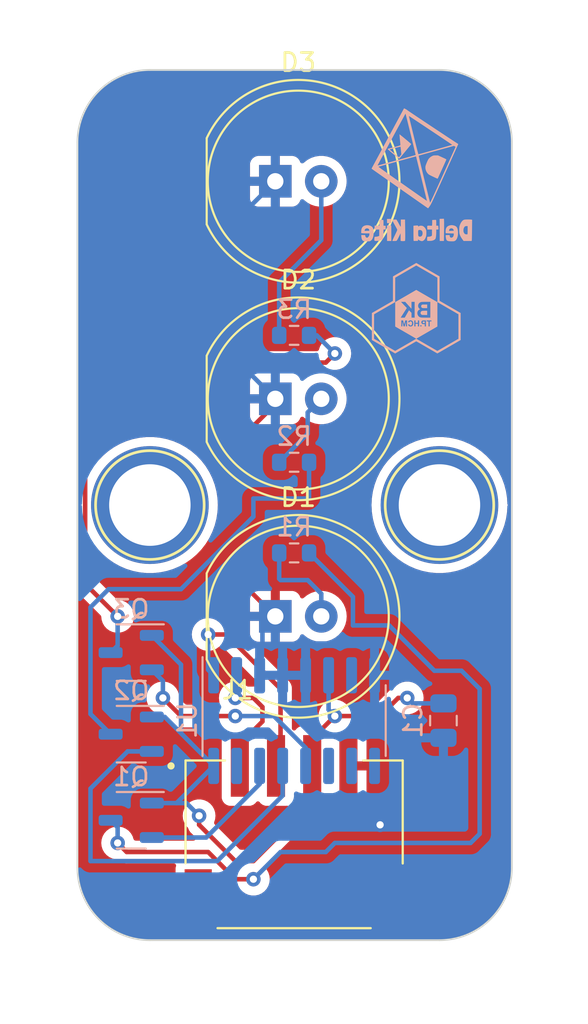
<source format=kicad_pcb>
(kicad_pcb (version 20221018) (generator pcbnew)
  (layers (0 "F.Cu" signal) (31 "B.Cu" signal) (34 "B.Paste" user) (35 "F.Paste" user) (36 "B.SilkS" user "B.Silkscreen") (37 "F.SilkS" user "F.Silkscreen") (38 "B.Mask" user) (39 "F.Mask" user) (44 "Edge.Cuts" user))
  (net 0 "")
  (net 1 "GND")
  (net 2 "Net-(D1-A)")
  (net 3 "Net-(D2-A)")
  (net 4 "Net-(D3-A)")
  (net 5 "/S1")
  (net 6 "/S0")
  (net 7 "+5V")
  (net 8 "/L1")
  (net 9 "Net-(Q1-E)")
  (net 10 "/L2")
  (net 11 "Net-(Q2-E)")
  (net 12 "/L3")
  (net 13 "Net-(Q3-E)")
  (footprint "LED_THT:LED_D10.0mm" (layer "F.Cu") (at 140.21 89.5)
    (fp_text reference "D1" (at 1.27 -6.56) (layer "F.SilkS"))
    (fp_text value "LED")
    (pad "1" thru_hole rect (at 0 0) (size 1.8 1.8) (drill 0.9) (layers "*.Cu" "*.Mask") (net 1 "GND"))
    (pad "2" thru_hole circle (at 2.54 0) (size 1.8 1.8) (drill 0.9) (layers "*.Cu" "*.Mask") (net 2 "Net-(D1-A)"))
  )
  (footprint "Library_Custom:SEEEDSTUDIO_114020164" (layer "F.Cu") (at 141.25 102.075)
    (fp_text reference "J1" (at -3.125 -8.51) (layer "F.SilkS"))
    (fp_text value "Conn_01x04_Socket")
    (pad "1" smd rect (at -3 -4.325) (size 1 3.4) (layers "F.Cu" "F.Paste" "F.Mask") (net 5 "/S1"))
    (pad "2" smd rect (at -1 -4.325) (size 1 3.4) (layers "F.Cu" "F.Paste" "F.Mask") (net 6 "/S0"))
    (pad "3" smd rect (at 1 -4.325) (size 1 3.4) (layers "F.Cu" "F.Paste" "F.Mask") (net 7 "+5V"))
    (pad "4" smd rect (at 3 -4.325) (size 1 3.4) (layers "F.Cu" "F.Paste" "F.Mask") (net 1 "GND"))
    (pad "SH1" smd rect (at -5.3 3.175) (size 1.5 3.6) (layers "F.Cu" "F.Paste" "F.Mask"))
    (pad "SH2" smd rect (at 5.3 3.175) (size 1.5 3.6) (layers "F.Cu" "F.Paste" "F.Mask"))
  )
  (footprint "LED_THT:LED_D10.0mm" (layer "F.Cu") (at 140.21 65.5)
    (fp_text reference "D3" (at 1.27 -6.56) (layer "F.SilkS"))
    (fp_text value "LED")
    (pad "1" thru_hole rect (at 0 0) (size 1.8 1.8) (drill 0.9) (layers "*.Cu" "*.Mask") (net 1 "GND"))
    (pad "2" thru_hole circle (at 2.54 0) (size 1.8 1.8) (drill 0.9) (layers "*.Cu" "*.Mask") (net 4 "Net-(D3-A)"))
  )
  (footprint "LED_THT:LED_D10.0mm" (layer "F.Cu") (at 140.21 77.5)
    (fp_text reference "D2" (at 1.27 -6.56) (layer "F.SilkS"))
    (fp_text value "LED")
    (pad "1" thru_hole rect (at 0 0) (size 1.8 1.8) (drill 0.9) (layers "*.Cu" "*.Mask") (net 1 "GND"))
    (pad "2" thru_hole circle (at 2.54 0) (size 1.8 1.8) (drill 0.9) (layers "*.Cu" "*.Mask") (net 3 "Net-(D2-A)"))
  )
  (footprint "Library_Custom:Module Base" (layer "F.Cu") (at 142.24 111.76)
    (fp_text reference "REF**" hide)
    (fp_text value "Module Base" hide)
    (fp_line (start -12.96 -8.4) (end -12.96 -48.4) (stroke (width 0.1)) (layer "Edge.Cuts"))
    (fp_line (start -8.96 -52.4) (end 7.04 -52.4) (stroke (width 0.1)) (layer "Edge.Cuts"))
    (fp_line (start 7.04 -4.4) (end -8.96 -4.4) (stroke (width 0.1)) (layer "Edge.Cuts"))
    (fp_line (start 11.04 -48.4) (end 11.04 -8.4) (stroke (width 0.1)) (layer "Edge.Cuts"))
    (fp_arc (start -12.96 -48.4) (mid -11.788427 -51.228427) (end -8.96 -52.4) (stroke (width 0.1)) (layer "Edge.Cuts"))
    (fp_arc (start -8.96 -4.4) (mid -11.788427 -5.571573) (end -12.96 -8.4) (stroke (width 0.1)) (layer "Edge.Cuts"))
    (fp_arc (start 7.04 -52.4) (mid 9.868427 -51.228427) (end 11.04 -48.4) (stroke (width 0.1)) (layer "Edge.Cuts"))
    (fp_arc (start 11.04 -8.4) (mid 9.868427 -5.571573) (end 7.04 -4.4) (stroke (width 0.1)) (layer "Edge.Cuts"))
    (pad "1" thru_hole circle (at -8.96 -28.4) (size 6.5 6.5) (drill 4.5) (layers "*.Cu" "*.Mask"))
    (pad "1" thru_hole circle (at 7.04 -28.4) (size 6.5 6.5) (drill 4.5) (layers "*.Cu" "*.Mask"))
  )
  (footprint "Resistor_SMD:R_0603_1608Metric" (layer "B.Cu") (at 141.25 81 180)
    (fp_text reference "R2" (at 0 1.43) (layer "B.SilkS") (effects (justify mirror)))
    (fp_text value "R")
    (pad "1" smd roundrect (at -0.825 0 180) (size 0.8 0.95) (layers "B.Cu" "B.Paste" "B.Mask") (net 11 "Net-(Q2-E)"))
    (pad "2" smd roundrect (at 0.825 0 180) (size 0.8 0.95) (layers "B.Cu" "B.Paste" "B.Mask") (net 3 "Net-(D2-A)"))
  )
  (footprint "Package_TO_SOT_SMD:SOT-23-3" (layer "B.Cu") (at 132.25 100.75 180)
    (fp_text reference "Q1" (at 0 2.4) (layer "B.SilkS") (effects (justify mirror)))
    (fp_text value "NPN")
    (pad "1" smd roundrect (at -1.1375 0.95 180) (size 1.325 0.6) (layers "B.Cu" "B.Paste" "B.Mask") (net 7 "+5V"))
    (pad "2" smd roundrect (at -1.1375 -0.95 180) (size 1.325 0.6) (layers "B.Cu" "B.Paste" "B.Mask") (net 8 "/L1"))
    (pad "3" smd roundrect (at 1.1375 0 180) (size 1.325 0.6) (layers "B.Cu" "B.Paste" "B.Mask") (net 9 "Net-(Q1-E)"))
  )
  (footprint "Resistor_SMD:R_0603_1608Metric" (layer "B.Cu") (at 141.25 86 180)
    (fp_text reference "R1" (at 0 1.43) (layer "B.SilkS") (effects (justify mirror)))
    (fp_text value "R")
    (pad "1" smd roundrect (at -0.825 0 180) (size 0.8 0.95) (layers "B.Cu" "B.Paste" "B.Mask") (net 9 "Net-(Q1-E)"))
    (pad "2" smd roundrect (at 0.825 0 180) (size 0.8 0.95) (layers "B.Cu" "B.Paste" "B.Mask") (net 2 "Net-(D1-A)"))
  )
  (footprint "Capacitor_SMD:C_0805_2012Metric" (layer "B.Cu") (at 149.5 95.25 -90)
    (fp_text reference "C1" (at 0 1.68 90) (layer "B.SilkS") (effects (justify mirror)))
    (fp_text value "C")
    (pad "1" smd roundrect (at -0.95 0 270) (size 1 1.45) (layers "B.Cu" "B.Paste" "B.Mask") (net 7 "+5V"))
    (pad "2" smd roundrect (at 0.95 0 270) (size 1 1.45) (layers "B.Cu" "B.Paste" "B.Mask") (net 1 "GND"))
  )
  (footprint "Package_SO:SOP-16_3.9x9.9mm_P1.27mm" (layer "B.Cu") (at 141.25 95.25 -90)
    (fp_text reference "U1" (at 0 5.9 90) (layer "B.SilkS") (effects (justify mirror)))
    (fp_text value "74HC238")
    (pad "1" smd roundrect (at -2.5 4.445 270) (size 2 0.6) (layers "B.Cu" "B.Paste" "B.Mask") (net 6 "/S0"))
    (pad "2" smd roundrect (at -2.5 3.175 270) (size 2 0.6) (layers "B.Cu" "B.Paste" "B.Mask") (net 5 "/S1"))
    (pad "3" smd roundrect (at -2.5 1.905 270) (size 2 0.6) (layers "B.Cu" "B.Paste" "B.Mask") (net 1 "GND"))
    (pad "4" smd roundrect (at -2.5 0.635 270) (size 2 0.6) (layers "B.Cu" "B.Paste" "B.Mask") (net 1 "GND"))
    (pad "5" smd roundrect (at -2.5 -0.635 270) (size 2 0.6) (layers "B.Cu" "B.Paste" "B.Mask") (net 1 "GND"))
    (pad "6" smd roundrect (at -2.5 -1.905 270) (size 2 0.6) (layers "B.Cu" "B.Paste" "B.Mask") (net 7 "+5V"))
    (pad "7" smd roundrect (at -2.5 -3.175 270) (size 2 0.6) (layers "B.Cu" "B.Paste" "B.Mask"))
    (pad "8" smd roundrect (at -2.5 -4.445 270) (size 2 0.6) (layers "B.Cu" "B.Paste" "B.Mask") (net 1 "GND"))
    (pad "9" smd roundrect (at 2.5 -4.445 270) (size 2 0.6) (layers "B.Cu" "B.Paste" "B.Mask"))
    (pad "10" smd roundrect (at 2.5 -3.175 270) (size 2 0.6) (layers "B.Cu" "B.Paste" "B.Mask"))
    (pad "11" smd roundrect (at 2.5 -1.905 270) (size 2 0.6) (layers "B.Cu" "B.Paste" "B.Mask"))
    (pad "12" smd roundrect (at 2.5 -0.635 270) (size 2 0.6) (layers "B.Cu" "B.Paste" "B.Mask") (net 12 "/L3"))
    (pad "13" smd roundrect (at 2.5 0.635 270) (size 2 0.6) (layers "B.Cu" "B.Paste" "B.Mask") (net 10 "/L2"))
    (pad "14" smd roundrect (at 2.5 1.905 270) (size 2 0.6) (layers "B.Cu" "B.Paste" "B.Mask") (net 8 "/L1"))
    (pad "15" smd roundrect (at 2.5 3.175 270) (size 2 0.6) (layers "B.Cu" "B.Paste" "B.Mask"))
    (pad "16" smd roundrect (at 2.5 4.445 270) (size 2 0.6) (layers "B.Cu" "B.Paste" "B.Mask") (net 7 "+5V"))
  )
  (footprint "Package_TO_SOT_SMD:SOT-23-3" (layer "B.Cu") (at 132.25 91.5 180)
    (fp_text reference "Q3" (at 0 2.4) (layer "B.SilkS") (effects (justify mirror)))
    (fp_text value "NPN")
    (pad "1" smd roundrect (at -1.1375 0.95 180) (size 1.325 0.6) (layers "B.Cu" "B.Paste" "B.Mask") (net 7 "+5V"))
    (pad "2" smd roundrect (at -1.1375 -0.95 180) (size 1.325 0.6) (layers "B.Cu" "B.Paste" "B.Mask") (net 12 "/L3"))
    (pad "3" smd roundrect (at 1.1375 0 180) (size 1.325 0.6) (layers "B.Cu" "B.Paste" "B.Mask") (net 13 "Net-(Q3-E)"))
  )
  (footprint "Resistor_SMD:R_0603_1608Metric" (layer "B.Cu") (at 141.25 74 180)
    (fp_text reference "R3" (at 0 1.43) (layer "B.SilkS") (effects (justify mirror)))
    (fp_text value "R")
    (pad "1" smd roundrect (at -0.825 0 180) (size 0.8 0.95) (layers "B.Cu" "B.Paste" "B.Mask") (net 13 "Net-(Q3-E)"))
    (pad "2" smd roundrect (at 0.825 0 180) (size 0.8 0.95) (layers "B.Cu" "B.Paste" "B.Mask") (net 4 "Net-(D3-A)"))
  )
  (footprint "DeltaKiteEngineering:BKU_Medium" (layer "B.Cu") (at 148 72.5 180)
    (fp_text reference "G***" hide)
    (fp_text value "LOGO" hide)
  )
  (footprint "Package_TO_SOT_SMD:SOT-23-3" (layer "B.Cu") (at 132.25 96 180)
    (fp_text reference "Q2" (at 0 2.4) (layer "B.SilkS") (effects (justify mirror)))
    (fp_text value "NPN")
    (pad "1" smd roundrect (at -1.1375 0.95 180) (size 1.325 0.6) (layers "B.Cu" "B.Paste" "B.Mask") (net 7 "+5V"))
    (pad "2" smd roundrect (at -1.1375 -0.95 180) (size 1.325 0.6) (layers "B.Cu" "B.Paste" "B.Mask") (net 10 "/L2"))
    (pad "3" smd roundrect (at 1.1375 0 180) (size 1.325 0.6) (layers "B.Cu" "B.Paste" "B.Mask") (net 11 "Net-(Q2-E)"))
  )
  (footprint "DeltaKiteEngineering:DeltaKite_Large" (layer "B.Cu") (at 148 65 180)
    (fp_text reference "G***" hide)
    (fp_text value "LOGO" hide)
  )
  (segment (start 138.5 79.5) (end 140.21 77.79) (width 0.25) (layer "F.Cu") (net 1))
  (segment (start 138.5 87.79) (end 138.5 79.5) (width 0.25) (layer "F.Cu") (net 1))
  (segment (start 144.25 97.75) (end 144.25 99.25) (width 0.25) (layer "F.Cu") (net 1))
  (segment (start 140.21 77.79) (end 140.21 77.5) (width 0.25) (layer "F.Cu") (net 1))
  (segment (start 144.25 99.25) (end 146 101) (width 0.25) (layer "F.Cu") (net 1))
  (segment (start 140.21 89.5) (end 138.5 87.79) (width 0.25) (layer "F.Cu") (net 1))
  (via (at 146 101) (size 0.8) (drill 0.4) (layers "F.Cu" "B.Cu") (net 1))
  (segment (start 141.885 91.115) (end 142 91) (width 0.25) (layer "B.Cu") (net 1))
  (segment (start 140.615 92.75) (end 141.885 92.75) (width 0.25) (layer "B.Cu") (net 1))
  (segment (start 142 91) (end 145.5 91) (width 0.25) (layer "B.Cu") (net 1))
  (segment (start 138.5 67.21) (end 140.21 65.5) (width 0.25) (layer "B.Cu") (net 1))
  (segment (start 140.21 77.5) (end 138.5 75.79) (width 0.25) (layer "B.Cu") (net 1))
  (segment (start 140.21 89.5) (end 139.5 90.21) (width 0.25) (layer "B.Cu") (net 1))
  (segment (start 147.7 96.2) (end 149.5 96.2) (width 0.25) (layer "B.Cu") (net 1))
  (segment (start 139.345 92.75) (end 140.615 92.75) (width 0.25) (layer "B.Cu") (net 1))
  (segment (start 149.5 100.5) (end 149.5 96.2) (width 0.25) (layer "B.Cu") (net 1))
  (segment (start 139.5 90.21) (end 139.5 91) (width 0.25) (layer "B.Cu") (net 1))
  (segment (start 139.5 91) (end 139.345 91.155) (width 0.25) (layer "B.Cu") (net 1))
  (segment (start 146 101) (end 149 101) (width 0.25) (layer "B.Cu") (net 1))
  (segment (start 138.5 75.79) (end 138.5 67.21) (width 0.25) (layer "B.Cu") (net 1))
  (segment (start 145.695 94.195) (end 147.7 96.2) (width 0.25) (layer "B.Cu") (net 1))
  (segment (start 141.885 92.75) (end 141.885 91.115) (width 0.25) (layer "B.Cu") (net 1))
  (segment (start 145.5 91) (end 145.695 91.195) (width 0.25) (layer "B.Cu") (net 1))
  (segment (start 145.695 91.195) (end 145.695 92.75) (width 0.25) (layer "B.Cu") (net 1))
  (segment (start 139.345 91.155) (end 139.345 92.75) (width 0.25) (layer "B.Cu") (net 1))
  (segment (start 149 101) (end 149.5 100.5) (width 0.25) (layer "B.Cu") (net 1))
  (segment (start 145.695 92.75) (end 145.695 94.195) (width 0.25) (layer "B.Cu") (net 1))
  (segment (start 140.5 87.5) (end 140.425 87.425) (width 0.25) (layer "B.Cu") (net 2))
  (segment (start 142.75 88.25) (end 142 87.5) (width 0.25) (layer "B.Cu") (net 2))
  (segment (start 142.75 89.5) (end 142.75 88.25) (width 0.25) (layer "B.Cu") (net 2))
  (segment (start 140.425 87.425) (end 140.425 86) (width 0.25) (layer "B.Cu") (net 2))
  (segment (start 142 87.5) (end 140.5 87.5) (width 0.25) (layer "B.Cu") (net 2))
  (segment (start 142 79.425) (end 142 78.25) (width 0.25) (layer "B.Cu") (net 3))
  (segment (start 142 78.25) (end 142.75 77.5) (width 0.25) (layer "B.Cu") (net 3))
  (segment (start 140.425 81) (end 142 79.425) (width 0.25) (layer "B.Cu") (net 3))
  (segment (start 140.425 71.075) (end 140.425 74) (width 0.25) (layer "B.Cu") (net 4))
  (segment (start 142.75 68.75) (end 140.425 71.075) (width 0.25) (layer "B.Cu") (net 4))
  (segment (start 142.75 65.5) (end 142.75 68.75) (width 0.25) (layer "B.Cu") (net 4))
  (segment (start 139.5 95.3) (end 139.5 94.5) (width 0.25) (layer "F.Cu") (net 5))
  (segment (start 139 94) (end 138 94) (width 0.25) (layer "F.Cu") (net 5))
  (segment (start 138.25 97.75) (end 138.25 96.55) (width 0.25) (layer "F.Cu") (net 5))
  (segment (start 139.5 94.5) (end 139 94) (width 0.25) (layer "F.Cu") (net 5))
  (segment (start 138.25 96.55) (end 139.5 95.3) (width 0.25) (layer "F.Cu") (net 5))
  (via (at 138 94) (size 0.8) (drill 0.4) (layers "F.Cu" "B.Cu") (net 5))
  (segment (start 138 94) (end 138 92.825) (width 0.25) (layer "B.Cu") (net 5))
  (segment (start 138 92.825) (end 138.075 92.75) (width 0.25) (layer "B.Cu") (net 5))
  (segment (start 137.5 90.5) (end 136.5 90.5) (width 0.25) (layer "F.Cu") (net 6))
  (segment (start 140.5 93.5) (end 137.5 90.5) (width 0.25) (layer "F.Cu") (net 6))
  (segment (start 140.25 97.75) (end 140.5 97.5) (width 0.25) (layer "F.Cu") (net 6))
  (segment (start 140.5 97.5) (end 140.5 93.5) (width 0.25) (layer "F.Cu") (net 6))
  (via (at 136.5 90.5) (size 0.8) (drill 0.4) (layers "F.Cu" "B.Cu") (net 6))
  (segment (start 136.5 90.5) (end 136.5 92.445) (width 0.25) (layer "B.Cu") (net 6))
  (segment (start 136.5 92.445) (end 136.805 92.75) (width 0.25) (layer "B.Cu") (net 6))
  (segment (start 142.25 97.75) (end 142.25 99.75) (width 0.25) (layer "F.Cu") (net 7))
  (segment (start 138 103) (end 136 101) (width 0.25) (layer "F.Cu") (net 7))
  (segment (start 142.25 99.75) (end 139 103) (width 0.25) (layer "F.Cu") (net 7))
  (segment (start 136 101) (end 136 100.5) (width 0.25) (layer "F.Cu") (net 7))
  (segment (start 147.5 94) (end 147 94) (width 0.25) (layer "F.Cu") (net 7))
  (segment (start 142.25 96.25) (end 142.25 97.75) (width 0.25) (layer "F.Cu") (net 7))
  (segment (start 139 103) (end 138 103) (width 0.25) (layer "F.Cu") (net 7))
  (segment (start 143.5 95) (end 142.25 96.25) (width 0.25) (layer "F.Cu") (net 7))
  (segment (start 147 94) (end 146 95) (width 0.25) (layer "F.Cu") (net 7))
  (segment (start 146 95) (end 143.5 95) (width 0.25) (layer "F.Cu") (net 7))
  (via (at 147.5 94) (size 0.8) (drill 0.4) (layers "F.Cu" "B.Cu") (net 7))
  (via (at 136 100.5) (size 0.8) (drill 0.4) (layers "F.Cu" "B.Cu") (net 7))
  (via (at 143.5 95) (size 0.8) (drill 0.4) (layers "F.Cu" "B.Cu") (net 7))
  (segment (start 147.8 94.3) (end 147.5 94) (width 0.25) (layer "B.Cu") (net 7))
  (segment (start 135.3 99.8) (end 134.755 99.8) (width 0.25) (layer "B.Cu") (net 7))
  (segment (start 135.5275 96.4725) (end 136.805 97.75) (width 0.25) (layer "B.Cu") (net 7))
  (segment (start 133.3875 95.05) (end 134.105 95.05) (width 0.25) (layer "B.Cu") (net 7))
  (segment (start 133.3875 90.55) (end 135 92.1625) (width 0.25) (layer "B.Cu") (net 7))
  (segment (start 135 92.1625) (end 135 95.945) (width 0.25) (layer "B.Cu") (net 7))
  (segment (start 134.755 99.8) (end 133.3875 99.8) (width 0.25) (layer "B.Cu") (net 7))
  (segment (start 143.155 94.655) (end 143.5 95) (width 0.25) (layer "B.Cu") (net 7))
  (segment (start 136.805 97.75) (end 134.755 99.8) (width 0.25) (layer "B.Cu") (net 7))
  (segment (start 134.105 95.05) (end 135.5275 96.4725) (width 0.25) (layer "B.Cu") (net 7))
  (segment (start 149.5 94.3) (end 147.8 94.3) (width 0.25) (layer "B.Cu") (net 7))
  (segment (start 143.155 92.75) (end 143.155 94.655) (width 0.25) (layer "B.Cu") (net 7))
  (segment (start 136 100.5) (end 135.3 99.8) (width 0.25) (layer "B.Cu") (net 7))
  (segment (start 135 95.945) (end 135.5275 96.4725) (width 0.25) (layer "B.Cu") (net 7))
  (segment (start 136.394999 101.7) (end 139.345 98.749999) (width 0.25) (layer "B.Cu") (net 8))
  (segment (start 139.345 98.749999) (end 139.345 97.75) (width 0.25) (layer "B.Cu") (net 8))
  (segment (start 133.3875 101.7) (end 136.394999 101.7) (width 0.25) (layer "B.Cu") (net 8))
  (segment (start 138 104) (end 136.5 102.5) (width 0.25) (layer "F.Cu") (net 9))
  (segment (start 132 102.5) (end 131.5 102) (width 0.25) (layer "F.Cu") (net 9))
  (segment (start 139 104) (end 138 104) (width 0.25) (layer "F.Cu") (net 9))
  (segment (start 136.5 102.5) (end 132 102.5) (width 0.25) (layer "F.Cu") (net 9))
  (via (at 139 104) (size 0.8) (drill 0.4) (layers "F.Cu" "B.Cu") (net 9))
  (via (at 131.5 102) (size 0.8) (drill 0.4) (layers "F.Cu" "B.Cu") (net 9))
  (segment (start 131.5 101.1375) (end 131.1125 100.75) (width 0.25) (layer "B.Cu") (net 9))
  (segment (start 149 92.5) (end 150.5 92.5) (width 0.25) (layer "B.Cu") (net 9))
  (segment (start 150.5 92.5) (end 151.5 93.5) (width 0.25) (layer "B.Cu") (net 9))
  (segment (start 144.5 90) (end 146.5 90) (width 0.25) (layer "B.Cu") (net 9))
  (segment (start 143 102.5) (end 140.5 102.5) (width 0.25) (layer "B.Cu") (net 9))
  (segment (start 144.5 88.425) (end 144.5 90) (width 0.25) (layer "B.Cu") (net 9))
  (segment (start 131.5 102) (end 131.5 101.1375) (width 0.25) (layer "B.Cu") (net 9))
  (segment (start 146.5 90) (end 149 92.5) (width 0.25) (layer "B.Cu") (net 9))
  (segment (start 140.5 102.5) (end 139 104) (width 0.25) (layer "B.Cu") (net 9))
  (segment (start 143.5 102) (end 143 102.5) (width 0.25) (layer "B.Cu") (net 9))
  (segment (start 151.5 101.5) (end 151 102) (width 0.25) (layer "B.Cu") (net 9))
  (segment (start 151.5 93.5) (end 151.5 101.5) (width 0.25) (layer "B.Cu") (net 9))
  (segment (start 151 102) (end 143.5 102) (width 0.25) (layer "B.Cu") (net 9))
  (segment (start 142.075 86) (end 144.5 88.425) (width 0.25) (layer "B.Cu") (net 9))
  (segment (start 132.05 96.95) (end 130 99) (width 0.25) (layer "B.Cu") (net 10))
  (segment (start 133.3875 96.95) (end 132.05 96.95) (width 0.25) (layer "B.Cu") (net 10))
  (segment (start 140.615 99.385) (end 140.615 97.75) (width 0.25) (layer "B.Cu") (net 10))
  (segment (start 137 103) (end 140.615 99.385) (width 0.25) (layer "B.Cu") (net 10))
  (segment (start 130 103) (end 137 103) (width 0.25) (layer "B.Cu") (net 10))
  (segment (start 130 99) (end 130 103) (width 0.25) (layer "B.Cu") (net 10))
  (segment (start 130 94.8875) (end 130 89) (width 0.25) (layer "B.Cu") (net 11))
  (segment (start 142 83) (end 142.075 82.925) (width 0.25) (layer "B.Cu") (net 11))
  (segment (start 139 83) (end 142 83) (width 0.25) (layer "B.Cu") (net 11))
  (segment (start 135 88) (end 139 84) (width 0.25) (layer "B.Cu") (net 11))
  (segment (start 130 89) (end 131 88) (width 0.25) (layer "B.Cu") (net 11))
  (segment (start 131 88) (end 135 88) (width 0.25) (layer "B.Cu") (net 11))
  (segment (start 139 84) (end 139 83) (width 0.25) (layer "B.Cu") (net 11))
  (segment (start 142.075 82.925) (end 142.075 81) (width 0.25) (layer "B.Cu") (net 11))
  (segment (start 131.1125 96) (end 130 94.8875) (width 0.25) (layer "B.Cu") (net 11))
  (segment (start 134 94) (end 135 95) (width 0.25) (layer "F.Cu") (net 12))
  (segment (start 135 95) (end 138 95) (width 0.25) (layer "F.Cu") (net 12))
  (via (at 138 95) (size 0.8) (drill 0.4) (layers "F.Cu" "B.Cu") (net 12))
  (via (at 134 94) (size 0.8) (drill 0.4) (layers "F.Cu" "B.Cu") (net 12))
  (segment (start 138 95) (end 140.134999 95) (width 0.25) (layer "B.Cu") (net 12))
  (segment (start 133.3875 92.45) (end 134 93.0625) (width 0.25) (layer "B.Cu") (net 12))
  (segment (start 140.134999 95) (end 141.885 96.750001) (width 0.25) (layer "B.Cu") (net 12))
  (segment (start 134 93.0625) (end 134 94) (width 0.25) (layer "B.Cu") (net 12))
  (segment (start 141.885 96.750001) (end 141.885 97.75) (width 0.25) (layer "B.Cu") (net 12))
  (segment (start 129.705 87.705) (end 129.705 78.295) (width 0.25) (layer "F.Cu") (net 13))
  (segment (start 132.5 75.5) (end 143 75.5) (width 0.25) (layer "F.Cu") (net 13))
  (segment (start 131.5 89.5) (end 129.705 87.705) (width 0.25) (layer "F.Cu") (net 13))
  (segment (start 143 75.5) (end 143.5 75) (width 0.25) (layer "F.Cu") (net 13))
  (segment (start 129.705 78.295) (end 132.5 75.5) (width 0.25) (layer "F.Cu") (net 13))
  (via (at 131.5 89.5) (size 0.8) (drill 0.4) (layers "F.Cu" "B.Cu") (net 13))
  (via (at 143.5 75) (size 0.8) (drill 0.4) (layers "F.Cu" "B.Cu") (net 13))
  (segment (start 142.5 74) (end 143.5 75) (width 0.25) (layer "B.Cu") (net 13))
  (segment (start 131.1125 91.5) (end 131.5 91.1125) (width 0.25) (layer "B.Cu") (net 13))
  (segment (start 131.5 91.1125) (end 131.5 89.5) (width 0.25) (layer "B.Cu") (net 13))
  (segment (start 142.075 74) (end 142.5 74) (width 0.25) (layer "B.Cu") (net 13))
  (zone (net 1) (net_name "GND") (layer "F.Cu") (connect_pads (clearance 0.5)) (min_thickness 0.25) (fill yes (thermal_gap 0.5) (thermal_bridge_width 0.5) (island_removal_mode 2) (island_area_min 5))
    (polygon (pts (xy 125 55.5) (xy 157.5 55.5) (xy 157 109.5) (xy 125.5 109.5)))
  )
  (zone (net 1) (net_name "GND") (layer "B.Cu") (priority 1) (connect_pads (clearance 0.5)) (min_thickness 0.25) (fill yes (thermal_gap 0.5) (thermal_bridge_width 0.5) (island_removal_mode 2) (island_area_min 5))
    (polygon (pts (xy 125 55.5) (xy 125.5 109.5) (xy 157 109.5) (xy 157.5 55.5)))
  )
)
</source>
